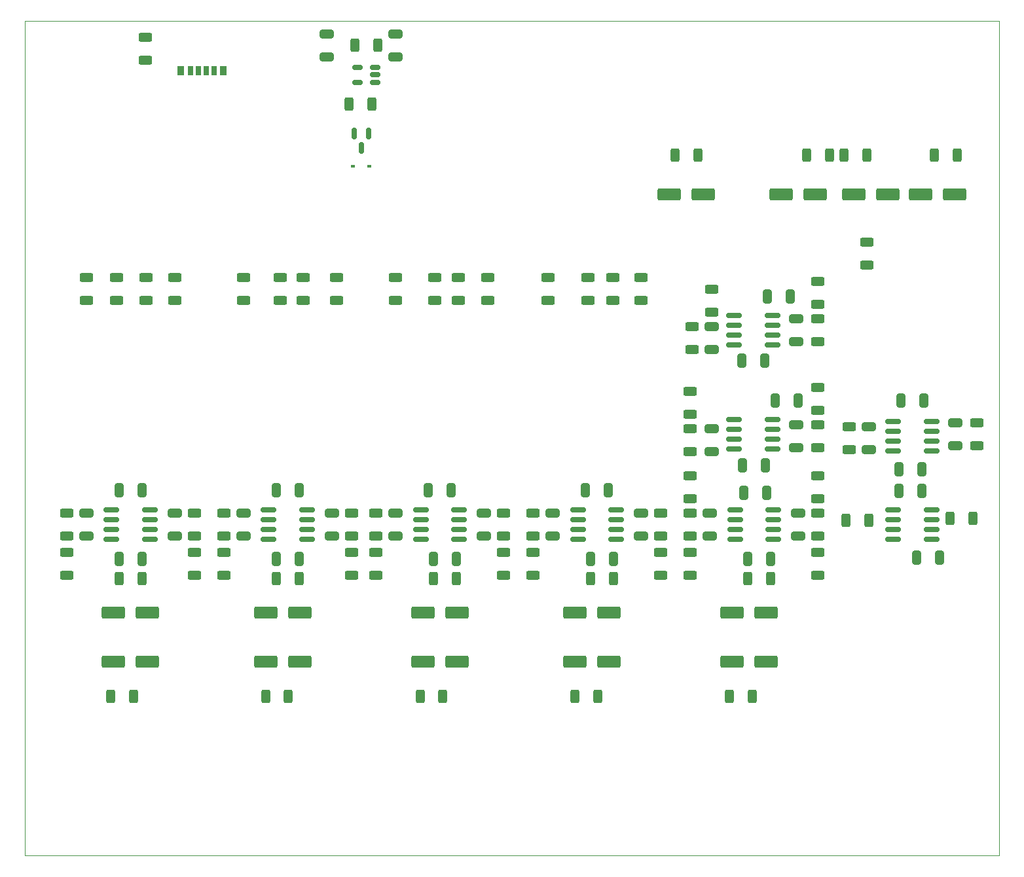
<source format=gbr>
G04 #@! TF.GenerationSoftware,KiCad,Pcbnew,(6.0.7)*
G04 #@! TF.CreationDate,2022-08-25T22:48:20+02:00*
G04 #@! TF.ProjectId,mixerli,6d697865-726c-4692-9e6b-696361645f70,rev?*
G04 #@! TF.SameCoordinates,Original*
G04 #@! TF.FileFunction,Paste,Bot*
G04 #@! TF.FilePolarity,Positive*
%FSLAX46Y46*%
G04 Gerber Fmt 4.6, Leading zero omitted, Abs format (unit mm)*
G04 Created by KiCad (PCBNEW (6.0.7)) date 2022-08-25 22:48:20*
%MOMM*%
%LPD*%
G01*
G04 APERTURE LIST*
G04 Aperture macros list*
%AMRoundRect*
0 Rectangle with rounded corners*
0 $1 Rounding radius*
0 $2 $3 $4 $5 $6 $7 $8 $9 X,Y pos of 4 corners*
0 Add a 4 corners polygon primitive as box body*
4,1,4,$2,$3,$4,$5,$6,$7,$8,$9,$2,$3,0*
0 Add four circle primitives for the rounded corners*
1,1,$1+$1,$2,$3*
1,1,$1+$1,$4,$5*
1,1,$1+$1,$6,$7*
1,1,$1+$1,$8,$9*
0 Add four rect primitives between the rounded corners*
20,1,$1+$1,$2,$3,$4,$5,0*
20,1,$1+$1,$4,$5,$6,$7,0*
20,1,$1+$1,$6,$7,$8,$9,0*
20,1,$1+$1,$8,$9,$2,$3,0*%
G04 Aperture macros list end*
G04 #@! TA.AperFunction,Profile*
%ADD10C,0.100000*%
G04 #@! TD*
%ADD11RoundRect,0.250000X0.650000X-0.325000X0.650000X0.325000X-0.650000X0.325000X-0.650000X-0.325000X0*%
%ADD12RoundRect,0.250000X0.325000X0.650000X-0.325000X0.650000X-0.325000X-0.650000X0.325000X-0.650000X0*%
%ADD13RoundRect,0.250000X-0.325000X-0.650000X0.325000X-0.650000X0.325000X0.650000X-0.325000X0.650000X0*%
%ADD14RoundRect,0.250000X-0.650000X0.325000X-0.650000X-0.325000X0.650000X-0.325000X0.650000X0.325000X0*%
%ADD15RoundRect,0.250000X1.250000X0.550000X-1.250000X0.550000X-1.250000X-0.550000X1.250000X-0.550000X0*%
%ADD16RoundRect,0.250000X-1.250000X-0.550000X1.250000X-0.550000X1.250000X0.550000X-1.250000X0.550000X0*%
%ADD17RoundRect,0.250000X-0.625000X0.312500X-0.625000X-0.312500X0.625000X-0.312500X0.625000X0.312500X0*%
%ADD18RoundRect,0.250000X0.312500X0.625000X-0.312500X0.625000X-0.312500X-0.625000X0.312500X-0.625000X0*%
%ADD19RoundRect,0.250000X-0.312500X-0.625000X0.312500X-0.625000X0.312500X0.625000X-0.312500X0.625000X0*%
%ADD20RoundRect,0.250000X0.625000X-0.312500X0.625000X0.312500X-0.625000X0.312500X-0.625000X-0.312500X0*%
%ADD21RoundRect,0.150000X0.825000X0.150000X-0.825000X0.150000X-0.825000X-0.150000X0.825000X-0.150000X0*%
%ADD22RoundRect,0.150000X0.512500X0.150000X-0.512500X0.150000X-0.512500X-0.150000X0.512500X-0.150000X0*%
%ADD23R,0.700000X1.150000*%
%ADD24R,0.800000X1.150000*%
%ADD25R,0.900000X1.150000*%
%ADD26RoundRect,0.150000X-0.150000X0.587500X-0.150000X-0.587500X0.150000X-0.587500X0.150000X0.587500X0*%
%ADD27R,0.600000X0.450000*%
G04 APERTURE END LIST*
D10*
X14000000Y-88000000D02*
X14000000Y-196000000D01*
X140000000Y-88000000D02*
X14000000Y-88000000D01*
X14000000Y-196000000D02*
X140000000Y-196000000D01*
X140000000Y-88000000D02*
X140000000Y-196000000D01*
D11*
X113776000Y-143205000D03*
X113776000Y-140255000D03*
D12*
X109790000Y-145540000D03*
X106840000Y-145540000D03*
D13*
X111031000Y-137158000D03*
X113981000Y-137158000D03*
D11*
X113776000Y-129489000D03*
X113776000Y-126539000D03*
X102854000Y-130505000D03*
X102854000Y-127555000D03*
D14*
X134350000Y-140001000D03*
X134350000Y-142951000D03*
D11*
X123174000Y-143459000D03*
X123174000Y-140509000D03*
D15*
X116230000Y-110488000D03*
X111830000Y-110488000D03*
X101752000Y-110488000D03*
X97352000Y-110488000D03*
D12*
X129983000Y-146048000D03*
X127033000Y-146048000D03*
D13*
X127287000Y-137158000D03*
X130237000Y-137158000D03*
X129319000Y-157478000D03*
X132269000Y-157478000D03*
X127033000Y-148842000D03*
X129983000Y-148842000D03*
D15*
X134264000Y-110488000D03*
X129864000Y-110488000D03*
X125628000Y-110488000D03*
X121228000Y-110488000D03*
D16*
X45155000Y-164590000D03*
X49555000Y-164590000D03*
D15*
X49555000Y-170940000D03*
X45155000Y-170940000D03*
D14*
X21955000Y-151685000D03*
X21955000Y-154635000D03*
X53705000Y-151685000D03*
X53705000Y-154635000D03*
D12*
X29145000Y-157605000D03*
X26195000Y-157605000D03*
X49465000Y-157605000D03*
X46515000Y-157605000D03*
D13*
X26195000Y-148715000D03*
X29145000Y-148715000D03*
X46515000Y-148715000D03*
X49465000Y-148715000D03*
D16*
X65475000Y-164590000D03*
X69875000Y-164590000D03*
D15*
X69875000Y-170940000D03*
X65475000Y-170940000D03*
D14*
X73390000Y-151685000D03*
X73390000Y-154635000D03*
X61960000Y-151685000D03*
X61960000Y-154635000D03*
D12*
X69785000Y-157605000D03*
X66835000Y-157605000D03*
D13*
X66200000Y-148715000D03*
X69150000Y-148715000D03*
D16*
X85160000Y-164590000D03*
X89560000Y-164590000D03*
D15*
X89560000Y-170940000D03*
X85160000Y-170940000D03*
D14*
X93710000Y-151685000D03*
X93710000Y-154635000D03*
X82280000Y-151685000D03*
X82280000Y-154635000D03*
D12*
X90105000Y-157605000D03*
X87155000Y-157605000D03*
D13*
X86520000Y-148715000D03*
X89470000Y-148715000D03*
D16*
X105480000Y-164590000D03*
X109880000Y-164590000D03*
D15*
X109880000Y-170940000D03*
X105480000Y-170940000D03*
D14*
X114030000Y-151685000D03*
X114030000Y-154635000D03*
X102600000Y-151685000D03*
X102600000Y-154635000D03*
D12*
X110425000Y-157605000D03*
X107475000Y-157605000D03*
D13*
X106967000Y-149096000D03*
X109917000Y-149096000D03*
D11*
X53070000Y-92659000D03*
X53070000Y-89709000D03*
X61960000Y-92659000D03*
X61960000Y-89709000D03*
D17*
X116570000Y-140267500D03*
X116570000Y-143192500D03*
X100060000Y-140775500D03*
X100060000Y-143700500D03*
X116570000Y-135441500D03*
X116570000Y-138366500D03*
X100060000Y-135949500D03*
X100060000Y-138874500D03*
X116570000Y-126551500D03*
X116570000Y-129476500D03*
X100314000Y-127567500D03*
X100314000Y-130492500D03*
X116570000Y-121725500D03*
X116570000Y-124650500D03*
X102854000Y-122741500D03*
X102854000Y-125666500D03*
X137144000Y-140013500D03*
X137144000Y-142938500D03*
X120634000Y-140521500D03*
X120634000Y-143446500D03*
D18*
X118032500Y-105408000D03*
X115107500Y-105408000D03*
X136574500Y-152398000D03*
X133649500Y-152398000D03*
D19*
X120187500Y-152652000D03*
X123112500Y-152652000D03*
D18*
X134542500Y-105408000D03*
X131617500Y-105408000D03*
D19*
X119933500Y-105408000D03*
X122858500Y-105408000D03*
D17*
X35925000Y-156777500D03*
X35925000Y-159702500D03*
X19415000Y-156777500D03*
X19415000Y-159702500D03*
X56245000Y-156777500D03*
X56245000Y-159702500D03*
X39735000Y-156777500D03*
X39735000Y-159702500D03*
D19*
X26207500Y-160145000D03*
X29132500Y-160145000D03*
X46527500Y-160145000D03*
X49452500Y-160145000D03*
D18*
X48062500Y-175385000D03*
X45137500Y-175385000D03*
D17*
X35925000Y-151697500D03*
X35925000Y-154622500D03*
X19415000Y-151697500D03*
X19415000Y-154622500D03*
X56245000Y-151697500D03*
X56245000Y-154622500D03*
X75930000Y-156777500D03*
X75930000Y-159702500D03*
X59420000Y-156777500D03*
X59420000Y-159702500D03*
D19*
X66847500Y-160145000D03*
X69772500Y-160145000D03*
D18*
X68062500Y-175385000D03*
X65137500Y-175385000D03*
D17*
X75930000Y-151697500D03*
X75930000Y-154622500D03*
X59420000Y-151697500D03*
X59420000Y-154622500D03*
D20*
X21955000Y-124142500D03*
X21955000Y-121217500D03*
X33385000Y-124142500D03*
X33385000Y-121217500D03*
X25892000Y-124142500D03*
X25892000Y-121217500D03*
X29702000Y-124142500D03*
X29702000Y-121217500D03*
X42275000Y-124142500D03*
X42275000Y-121217500D03*
X54340000Y-124142500D03*
X54340000Y-121217500D03*
X47037500Y-124142500D03*
X47037500Y-121217500D03*
X50022000Y-124142500D03*
X50022000Y-121217500D03*
X61960000Y-124142500D03*
X61960000Y-121217500D03*
X73898000Y-124142500D03*
X73898000Y-121217500D03*
X66976500Y-124142500D03*
X66976500Y-121217500D03*
X70024500Y-124142500D03*
X70024500Y-121217500D03*
X81645000Y-124142500D03*
X81645000Y-121217500D03*
X93710000Y-124142500D03*
X93710000Y-121217500D03*
X86852000Y-124142500D03*
X86852000Y-121217500D03*
X90027000Y-124142500D03*
X90027000Y-121217500D03*
X116570000Y-149796500D03*
X116570000Y-146871500D03*
X100060000Y-149796500D03*
X100060000Y-146871500D03*
D17*
X96250000Y-156777500D03*
X96250000Y-159702500D03*
X79740000Y-156777500D03*
X79740000Y-159702500D03*
D19*
X87167500Y-160145000D03*
X90092500Y-160145000D03*
D18*
X88062500Y-175385000D03*
X85137500Y-175385000D03*
D17*
X96250000Y-151697500D03*
X96250000Y-154622500D03*
X79740000Y-151697500D03*
X79740000Y-154622500D03*
X116570000Y-156777500D03*
X116570000Y-159702500D03*
X100060000Y-156777500D03*
X100060000Y-159702500D03*
D19*
X107487500Y-160145000D03*
X110412500Y-160145000D03*
D18*
X108062500Y-175385000D03*
X105137500Y-175385000D03*
D17*
X116570000Y-151697500D03*
X116570000Y-154622500D03*
X100060000Y-151697500D03*
X100060000Y-154622500D03*
D19*
X56687500Y-91184000D03*
X59612500Y-91184000D03*
D20*
X122920000Y-119570500D03*
X122920000Y-116645500D03*
D21*
X110663000Y-139571000D03*
X110663000Y-140841000D03*
X110663000Y-142111000D03*
X110663000Y-143381000D03*
X105713000Y-143381000D03*
X105713000Y-142111000D03*
X105713000Y-140841000D03*
X105713000Y-139571000D03*
X110663000Y-126109000D03*
X110663000Y-127379000D03*
X110663000Y-128649000D03*
X110663000Y-129919000D03*
X105713000Y-129919000D03*
X105713000Y-128649000D03*
X105713000Y-127379000D03*
X105713000Y-126109000D03*
X131237000Y-139825000D03*
X131237000Y-141095000D03*
X131237000Y-142365000D03*
X131237000Y-143635000D03*
X126287000Y-143635000D03*
X126287000Y-142365000D03*
X126287000Y-141095000D03*
X126287000Y-139825000D03*
X131237000Y-151255000D03*
X131237000Y-152525000D03*
X131237000Y-153795000D03*
X131237000Y-155065000D03*
X126287000Y-155065000D03*
X126287000Y-153795000D03*
X126287000Y-152525000D03*
X126287000Y-151255000D03*
X30145000Y-151255000D03*
X30145000Y-152525000D03*
X30145000Y-153795000D03*
X30145000Y-155065000D03*
X25195000Y-155065000D03*
X25195000Y-153795000D03*
X25195000Y-152525000D03*
X25195000Y-151255000D03*
X50465000Y-151255000D03*
X50465000Y-152525000D03*
X50465000Y-153795000D03*
X50465000Y-155065000D03*
X45515000Y-155065000D03*
X45515000Y-153795000D03*
X45515000Y-152525000D03*
X45515000Y-151255000D03*
X70150000Y-151255000D03*
X70150000Y-152525000D03*
X70150000Y-153795000D03*
X70150000Y-155065000D03*
X65200000Y-155065000D03*
X65200000Y-153795000D03*
X65200000Y-152525000D03*
X65200000Y-151255000D03*
X90470000Y-151255000D03*
X90470000Y-152525000D03*
X90470000Y-153795000D03*
X90470000Y-155065000D03*
X85520000Y-155065000D03*
X85520000Y-153795000D03*
X85520000Y-152525000D03*
X85520000Y-151255000D03*
X110790000Y-151255000D03*
X110790000Y-152525000D03*
X110790000Y-153795000D03*
X110790000Y-155065000D03*
X105840000Y-155065000D03*
X105840000Y-153795000D03*
X105840000Y-152525000D03*
X105840000Y-151255000D03*
D22*
X59287500Y-94044000D03*
X59287500Y-94994000D03*
X59287500Y-95944000D03*
X57012500Y-95944000D03*
X57012500Y-94044000D03*
D16*
X25470000Y-164590000D03*
X29870000Y-164590000D03*
D15*
X29870000Y-170940000D03*
X25470000Y-170940000D03*
D18*
X101014500Y-105408000D03*
X98089500Y-105408000D03*
D14*
X33385000Y-151685000D03*
X33385000Y-154635000D03*
D17*
X39735000Y-151697500D03*
X39735000Y-154622500D03*
D14*
X42275000Y-151685000D03*
X42275000Y-154635000D03*
D18*
X28062500Y-175385000D03*
X25137500Y-175385000D03*
D11*
X102854000Y-143713000D03*
X102854000Y-140763000D03*
D12*
X109663000Y-131934000D03*
X106713000Y-131934000D03*
D13*
X110015000Y-123696000D03*
X112965000Y-123696000D03*
D23*
X36441000Y-94476000D03*
D24*
X38461000Y-94476000D03*
D25*
X39691000Y-94476000D03*
D23*
X37441000Y-94476000D03*
D24*
X35421000Y-94476000D03*
D25*
X34191000Y-94476000D03*
D17*
X29575000Y-90168000D03*
X29575000Y-93093000D03*
D19*
X55925500Y-98804000D03*
X58850500Y-98804000D03*
D26*
X56565000Y-102565500D03*
X58465000Y-102565500D03*
X57515000Y-104440500D03*
D27*
X58565000Y-106805000D03*
X56465000Y-106805000D03*
M02*

</source>
